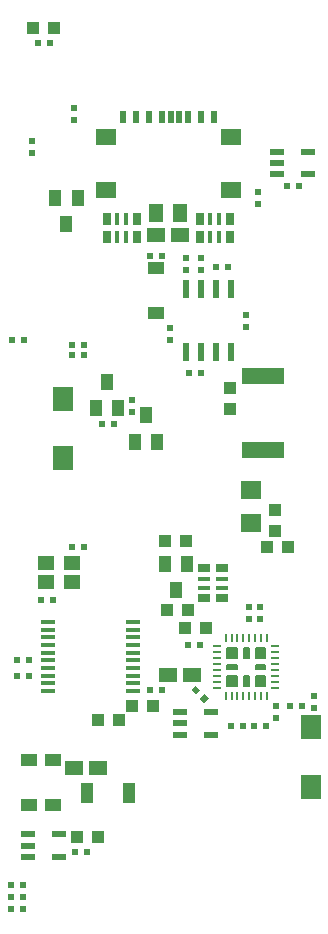
<source format=gbr>
G04 #@! TF.GenerationSoftware,KiCad,Pcbnew,5.1.6-c6e7f7d~87~ubuntu18.04.1*
G04 #@! TF.CreationDate,2022-10-06T15:06:41+03:00*
G04 #@! TF.ProjectId,ESP32-PoE_Rev_L,45535033-322d-4506-9f45-5f5265765f4c,L*
G04 #@! TF.SameCoordinates,Original*
G04 #@! TF.FileFunction,Paste,Bot*
G04 #@! TF.FilePolarity,Positive*
%FSLAX46Y46*%
G04 Gerber Fmt 4.6, Leading zero omitted, Abs format (unit mm)*
G04 Created by KiCad (PCBNEW 5.1.6-c6e7f7d~87~ubuntu18.04.1) date 2022-10-06 15:06:41*
%MOMM*%
%LPD*%
G01*
G04 APERTURE LIST*
%ADD10C,0.200000*%
%ADD11R,0.500000X0.550000*%
%ADD12R,1.016000X1.016000*%
%ADD13R,3.654001X1.454000*%
%ADD14R,1.524000X1.270000*%
%ADD15R,1.400000X1.000000*%
%ADD16R,1.200000X0.550000*%
%ADD17R,1.000000X1.400000*%
%ADD18R,0.230000X0.780000*%
%ADD19R,0.780000X0.230000*%
%ADD20R,1.270000X1.524000*%
%ADD21R,0.550000X0.500000*%
%ADD22C,0.100000*%
%ADD23R,1.270000X0.325000*%
%ADD24R,1.700000X2.000000*%
%ADD25R,1.016000X1.778000*%
%ADD26R,0.500000X1.000000*%
%ADD27R,1.754000X1.454000*%
%ADD28R,1.016000X0.381000*%
%ADD29R,1.016000X0.635000*%
%ADD30R,0.381000X1.016000*%
%ADD31R,0.635000X1.016000*%
%ADD32R,1.400000X1.200000*%
%ADD33R,1.778000X1.524000*%
%ADD34R,0.600000X1.600000*%
G04 APERTURE END LIST*
D10*
X112344000Y-149644000D02*
X112344000Y-150444000D01*
X111544000Y-149644000D02*
X112344000Y-149644000D01*
X111544000Y-150444000D02*
X111544000Y-149644000D01*
X112344000Y-150444000D02*
X111544000Y-150444000D01*
X112344000Y-150344000D02*
X111544000Y-150344000D01*
X112344000Y-150244000D02*
X111544000Y-150244000D01*
X112344000Y-150144000D02*
X111544000Y-150144000D01*
X112344000Y-150044000D02*
X111544000Y-150044000D01*
X112344000Y-149944000D02*
X111544000Y-149944000D01*
X112344000Y-149844000D02*
X111544000Y-149844000D01*
X112344000Y-149744000D02*
X111544000Y-149744000D01*
X109944000Y-149744000D02*
X109144000Y-149744000D01*
X109944000Y-149844000D02*
X109144000Y-149844000D01*
X109944000Y-149944000D02*
X109144000Y-149944000D01*
X109944000Y-150044000D02*
X109144000Y-150044000D01*
X109944000Y-150144000D02*
X109144000Y-150144000D01*
X109944000Y-150244000D02*
X109144000Y-150244000D01*
X109944000Y-150344000D02*
X109144000Y-150344000D01*
X109944000Y-150444000D02*
X109144000Y-150444000D01*
X109144000Y-150444000D02*
X109144000Y-149644000D01*
X109144000Y-149644000D02*
X109944000Y-149644000D01*
X109944000Y-149644000D02*
X109944000Y-150444000D01*
X112344000Y-147344000D02*
X111544000Y-147344000D01*
X112344000Y-147444000D02*
X111544000Y-147444000D01*
X112344000Y-147544000D02*
X111544000Y-147544000D01*
X112344000Y-147644000D02*
X111544000Y-147644000D01*
X112344000Y-147744000D02*
X111544000Y-147744000D01*
X112344000Y-147844000D02*
X111544000Y-147844000D01*
X112344000Y-147944000D02*
X111544000Y-147944000D01*
X112344000Y-148044000D02*
X111544000Y-148044000D01*
X111544000Y-148044000D02*
X111544000Y-147244000D01*
X111544000Y-147244000D02*
X112344000Y-147244000D01*
X112344000Y-147244000D02*
X112344000Y-148044000D01*
X109944000Y-147244000D02*
X109944000Y-148044000D01*
X109144000Y-147244000D02*
X109944000Y-147244000D01*
X109144000Y-148044000D02*
X109144000Y-147244000D01*
X109944000Y-148044000D02*
X109144000Y-148044000D01*
X109944000Y-147944000D02*
X109144000Y-147944000D01*
X109944000Y-147844000D02*
X109144000Y-147844000D01*
X109944000Y-147744000D02*
X109144000Y-147744000D01*
X109944000Y-147644000D02*
X109144000Y-147644000D01*
X109944000Y-147544000D02*
X109144000Y-147544000D01*
X109944000Y-147444000D02*
X109144000Y-147444000D01*
X109944000Y-147344000D02*
X109144000Y-147344000D01*
X110544000Y-150444000D02*
X110944000Y-150444000D01*
X110544000Y-149644000D02*
X110544000Y-150444000D01*
X110944000Y-149644000D02*
X110544000Y-149644000D01*
X110944000Y-150444000D02*
X110944000Y-149644000D01*
X110844000Y-150444000D02*
X110844000Y-149644000D01*
X110744000Y-150444000D02*
X110744000Y-149644000D01*
X110644000Y-150444000D02*
X110644000Y-149644000D01*
X110644000Y-148044000D02*
X110644000Y-147244000D01*
X110744000Y-148044000D02*
X110744000Y-147244000D01*
X110844000Y-148044000D02*
X110844000Y-147244000D01*
X110944000Y-148044000D02*
X110944000Y-147244000D01*
X110944000Y-147244000D02*
X110544000Y-147244000D01*
X110544000Y-147244000D02*
X110544000Y-148044000D01*
X110544000Y-148044000D02*
X110944000Y-148044000D01*
X112344000Y-148644000D02*
X112344000Y-149044000D01*
X111544000Y-148644000D02*
X112344000Y-148644000D01*
X111544000Y-149044000D02*
X111544000Y-148644000D01*
X112344000Y-149044000D02*
X111544000Y-149044000D01*
X112344000Y-148944000D02*
X111544000Y-148944000D01*
X111544000Y-148844000D02*
X112344000Y-148844000D01*
X112344000Y-148744000D02*
X111544000Y-148744000D01*
X109944000Y-148744000D02*
X109144000Y-148744000D01*
X109144000Y-148844000D02*
X109944000Y-148844000D01*
X109944000Y-148944000D02*
X109144000Y-148944000D01*
X109944000Y-149044000D02*
X109144000Y-149044000D01*
X109144000Y-149044000D02*
X109144000Y-148644000D01*
X109144000Y-148644000D02*
X109944000Y-148644000D01*
X109944000Y-148644000D02*
X109944000Y-149044000D01*
D11*
X105918000Y-123952000D03*
X106934000Y-123952000D03*
D12*
X113157000Y-137287000D03*
X113157000Y-135509000D03*
D13*
X112141000Y-124205200D03*
X112141000Y-130505200D03*
D14*
X96139000Y-157353000D03*
X98171000Y-157353000D03*
D15*
X92329000Y-156723000D03*
X92329000Y-160523000D03*
D16*
X105126000Y-154559000D03*
X105126000Y-153609000D03*
X105126000Y-152659000D03*
X107726000Y-154559000D03*
X107726000Y-152659000D03*
D11*
X112395000Y-153797000D03*
X111379000Y-153797000D03*
D15*
X103124000Y-115067000D03*
X103124000Y-118867000D03*
D12*
X98171000Y-153289000D03*
X99949000Y-153289000D03*
D17*
X102237540Y-127548640D03*
X101282500Y-129758440D03*
X103184960Y-129758440D03*
X98933000Y-124714000D03*
X97977960Y-126923800D03*
X99880420Y-126923800D03*
X94554040Y-109128560D03*
X96456500Y-109128560D03*
X95501460Y-111338360D03*
D14*
X103124000Y-112268000D03*
X105156000Y-112268000D03*
D17*
X103825040Y-140116560D03*
X105727500Y-140116560D03*
X104772460Y-142326360D03*
D18*
X108994000Y-151294000D03*
X109494000Y-151294000D03*
X109994000Y-151294000D03*
X110494000Y-151294000D03*
X110994000Y-151294000D03*
X111494000Y-151294000D03*
X111994000Y-151294000D03*
X112494000Y-151294000D03*
D19*
X113194000Y-150594000D03*
X113194000Y-150094000D03*
X113194000Y-149594000D03*
X113194000Y-149094000D03*
X113194000Y-148594000D03*
X113194000Y-148094000D03*
X113194000Y-147594000D03*
X113194000Y-147094000D03*
D18*
X112494000Y-146394000D03*
X111994000Y-146394000D03*
X111494000Y-146394000D03*
X110994000Y-146394000D03*
X110494000Y-146394000D03*
X109994000Y-146394000D03*
X109494000Y-146394000D03*
X108994000Y-146394000D03*
D19*
X108294000Y-147094000D03*
X108294000Y-147594000D03*
X108294000Y-148094000D03*
X108294000Y-148594000D03*
X108294000Y-149094000D03*
X108294000Y-149594000D03*
X108294000Y-150094000D03*
X108294000Y-150594000D03*
D11*
X103632000Y-150749000D03*
X102616000Y-150749000D03*
D12*
X102870000Y-152146000D03*
X101092000Y-152146000D03*
D11*
X91821000Y-168275000D03*
X90805000Y-168275000D03*
X90805000Y-167259000D03*
X91821000Y-167259000D03*
D15*
X94361000Y-160523000D03*
X94361000Y-156723000D03*
D11*
X91821000Y-169291000D03*
X90805000Y-169291000D03*
X93091000Y-96012000D03*
X94107000Y-96012000D03*
X97282000Y-164465000D03*
X96266000Y-164465000D03*
D16*
X92299000Y-164907000D03*
X92299000Y-163957000D03*
X92299000Y-163007000D03*
X94899000Y-164907000D03*
X94899000Y-163007000D03*
D11*
X96012000Y-121539000D03*
X97028000Y-121539000D03*
D12*
X103886000Y-138176000D03*
X105664000Y-138176000D03*
D20*
X103124000Y-110363000D03*
X105156000Y-110363000D03*
D21*
X110998000Y-143764000D03*
X110998000Y-144780000D03*
D11*
X105791000Y-146939000D03*
X106807000Y-146939000D03*
D21*
X113284000Y-152146000D03*
X113284000Y-153162000D03*
X92583000Y-104267000D03*
X92583000Y-105283000D03*
X111760000Y-108585000D03*
X111760000Y-109601000D03*
X104267000Y-121158000D03*
X104267000Y-120142000D03*
D22*
G36*
X106840811Y-150774902D02*
G01*
X106451902Y-151163811D01*
X106098349Y-150810258D01*
X106487258Y-150421349D01*
X106840811Y-150774902D01*
G37*
G36*
X106816769Y-151528678D02*
G01*
X107205678Y-151139769D01*
X107559231Y-151493322D01*
X107170322Y-151882231D01*
X106816769Y-151528678D01*
G37*
D21*
X116459000Y-151257000D03*
X116459000Y-152273000D03*
D11*
X115443000Y-152146000D03*
X114427000Y-152146000D03*
X97028000Y-122428000D03*
X96012000Y-122428000D03*
X91948000Y-121158000D03*
X90932000Y-121158000D03*
X91313000Y-148209000D03*
X92329000Y-148209000D03*
X91313000Y-149606000D03*
X92329000Y-149606000D03*
D12*
X98171000Y-163195000D03*
X96393000Y-163195000D03*
D23*
X93916500Y-150880000D03*
X93916500Y-150230000D03*
X93916500Y-149580000D03*
X93916500Y-148930000D03*
X93916500Y-148280000D03*
X93916500Y-147630000D03*
X93916500Y-146980000D03*
X93916500Y-146330000D03*
X93916500Y-145680000D03*
X93916500Y-145030000D03*
X101155500Y-145030000D03*
X101155500Y-145680000D03*
X101155500Y-146330000D03*
X101155500Y-146980000D03*
X101155500Y-147630000D03*
X101155500Y-148280000D03*
X101155500Y-148930000D03*
X101155500Y-149580000D03*
X101155500Y-150230000D03*
X101155500Y-150880000D03*
D24*
X95250000Y-126151000D03*
X95250000Y-131151000D03*
D25*
X100838000Y-159512000D03*
X97282000Y-159512000D03*
D26*
X100290000Y-102237000D03*
X101390000Y-102237000D03*
X102490000Y-102237000D03*
X103590000Y-102237000D03*
X104340000Y-102237000D03*
X105040000Y-102237000D03*
X105790000Y-102237000D03*
X106890000Y-102237000D03*
X107990000Y-102237000D03*
D27*
X109440000Y-103987000D03*
X98840000Y-103987000D03*
X109440000Y-108437000D03*
X98840000Y-108437000D03*
D12*
X105537000Y-145542000D03*
X107315000Y-145542000D03*
X105791000Y-144018000D03*
X104013000Y-144018000D03*
D28*
X107188000Y-141351000D03*
X107188000Y-142113000D03*
X108712000Y-141351000D03*
X108712000Y-142113000D03*
D29*
X107188000Y-140462000D03*
X108712000Y-140462000D03*
X107188000Y-143002000D03*
X108712000Y-143002000D03*
D30*
X100584000Y-110871000D03*
X99822000Y-110871000D03*
X100584000Y-112395000D03*
X99822000Y-112395000D03*
D31*
X101473000Y-110871000D03*
X101473000Y-112395000D03*
X98933000Y-110871000D03*
X98933000Y-112395000D03*
D14*
X104140000Y-149479000D03*
X106172000Y-149479000D03*
D11*
X93345000Y-143129000D03*
X94361000Y-143129000D03*
X103632000Y-114046000D03*
X102616000Y-114046000D03*
X99568000Y-128270000D03*
X98552000Y-128270000D03*
D21*
X101092000Y-126238000D03*
X101092000Y-127254000D03*
D30*
X108458000Y-110871000D03*
X107696000Y-110871000D03*
X108458000Y-112395000D03*
X107696000Y-112395000D03*
D31*
X109347000Y-110871000D03*
X109347000Y-112395000D03*
X106807000Y-110871000D03*
X106807000Y-112395000D03*
D11*
X96012000Y-138684000D03*
X97028000Y-138684000D03*
D32*
X95969000Y-140043000D03*
X93769000Y-141643000D03*
X93769000Y-140043000D03*
X95969000Y-141643000D03*
D12*
X92710000Y-94742000D03*
X94488000Y-94742000D03*
D11*
X110490000Y-153797000D03*
X109474000Y-153797000D03*
D24*
X116205000Y-153964000D03*
X116205000Y-158964000D03*
D11*
X108204000Y-114935000D03*
X109220000Y-114935000D03*
D21*
X105664000Y-114173000D03*
X105664000Y-115189000D03*
X106934000Y-114173000D03*
X106934000Y-115189000D03*
D33*
X111125000Y-136652000D03*
X111125000Y-133858000D03*
D12*
X109347000Y-127000000D03*
X109347000Y-125222000D03*
D21*
X111887000Y-144780000D03*
X111887000Y-143764000D03*
D12*
X114300000Y-138684000D03*
X112522000Y-138684000D03*
D11*
X114173000Y-108077000D03*
X115189000Y-108077000D03*
D21*
X96139000Y-101473000D03*
X96139000Y-102489000D03*
D16*
X115980999Y-105222000D03*
X115980999Y-107122000D03*
X113380999Y-105222000D03*
X113380999Y-106172000D03*
X113380999Y-107122000D03*
D21*
X110744000Y-118999000D03*
X110744000Y-120015000D03*
D34*
X105664000Y-116807000D03*
X106934000Y-116807000D03*
X108204000Y-116807000D03*
X109474000Y-116807000D03*
X109474000Y-122207000D03*
X108204000Y-122207000D03*
X106934000Y-122207000D03*
X105664000Y-122207000D03*
M02*

</source>
